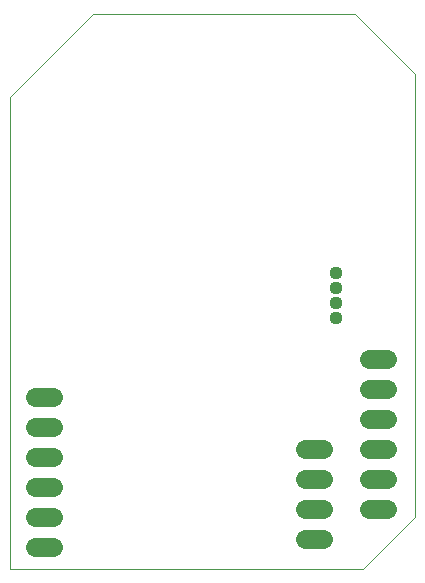
<source format=gbs>
G75*
%MOIN*%
%OFA0B0*%
%FSLAX25Y25*%
%IPPOS*%
%LPD*%
%AMOC8*
5,1,8,0,0,1.08239X$1,22.5*
%
%ADD10C,0.00000*%
%ADD11C,0.06400*%
%ADD12C,0.04400*%
D10*
X0002817Y0003271D02*
X0002817Y0160771D01*
X0030317Y0188271D01*
X0117817Y0188271D01*
X0137817Y0168271D01*
X0137817Y0020771D01*
X0120317Y0003271D01*
X0002817Y0003271D01*
D11*
X0011167Y0010771D02*
X0017167Y0010771D01*
X0017167Y0020771D02*
X0011167Y0020771D01*
X0011167Y0030771D02*
X0017167Y0030771D01*
X0017167Y0040771D02*
X0011167Y0040771D01*
X0011167Y0050771D02*
X0017167Y0050771D01*
X0017167Y0060771D02*
X0011167Y0060771D01*
X0101067Y0043271D02*
X0107067Y0043271D01*
X0107067Y0033271D02*
X0101067Y0033271D01*
X0101067Y0023271D02*
X0107067Y0023271D01*
X0107067Y0013271D02*
X0101067Y0013271D01*
X0122317Y0023271D02*
X0128317Y0023271D01*
X0128317Y0033271D02*
X0122317Y0033271D01*
X0122317Y0043271D02*
X0128317Y0043271D01*
X0128317Y0053271D02*
X0122317Y0053271D01*
X0122317Y0063271D02*
X0128317Y0063271D01*
X0128317Y0073271D02*
X0122317Y0073271D01*
D12*
X0111567Y0087021D03*
X0111567Y0092021D03*
X0111567Y0097021D03*
X0111567Y0102021D03*
M02*

</source>
